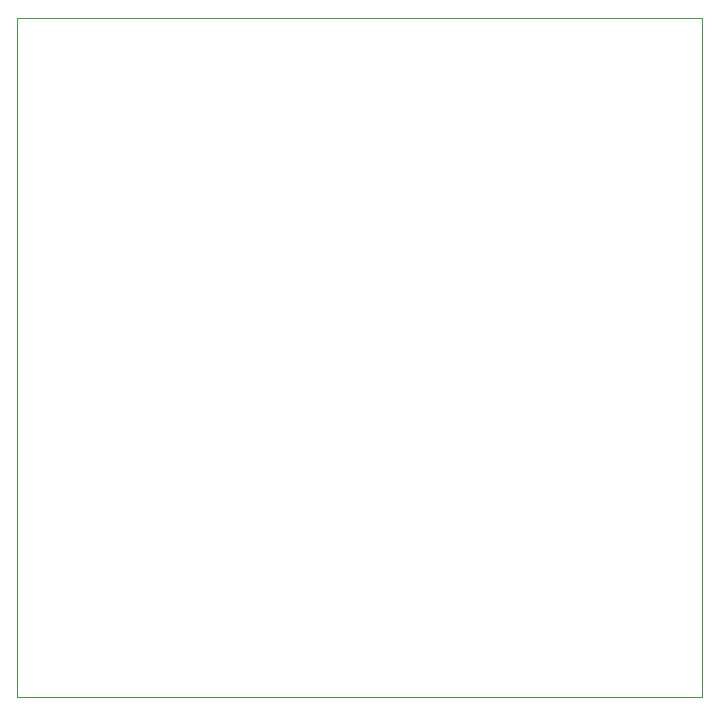
<source format=gbr>
%TF.GenerationSoftware,KiCad,Pcbnew,8.0.5*%
%TF.CreationDate,2024-10-03T17:23:51-04:00*%
%TF.ProjectId,Key,4b65792e-6b69-4636-9164-5f7063625858,rev?*%
%TF.SameCoordinates,Original*%
%TF.FileFunction,Profile,NP*%
%FSLAX46Y46*%
G04 Gerber Fmt 4.6, Leading zero omitted, Abs format (unit mm)*
G04 Created by KiCad (PCBNEW 8.0.5) date 2024-10-03 17:23:51*
%MOMM*%
%LPD*%
G01*
G04 APERTURE LIST*
%TA.AperFunction,Profile*%
%ADD10C,0.050000*%
%TD*%
G04 APERTURE END LIST*
D10*
X18000000Y-25000000D02*
X76000000Y-25000000D01*
X76000000Y-82500000D01*
X18000000Y-82500000D01*
X18000000Y-25000000D01*
M02*

</source>
